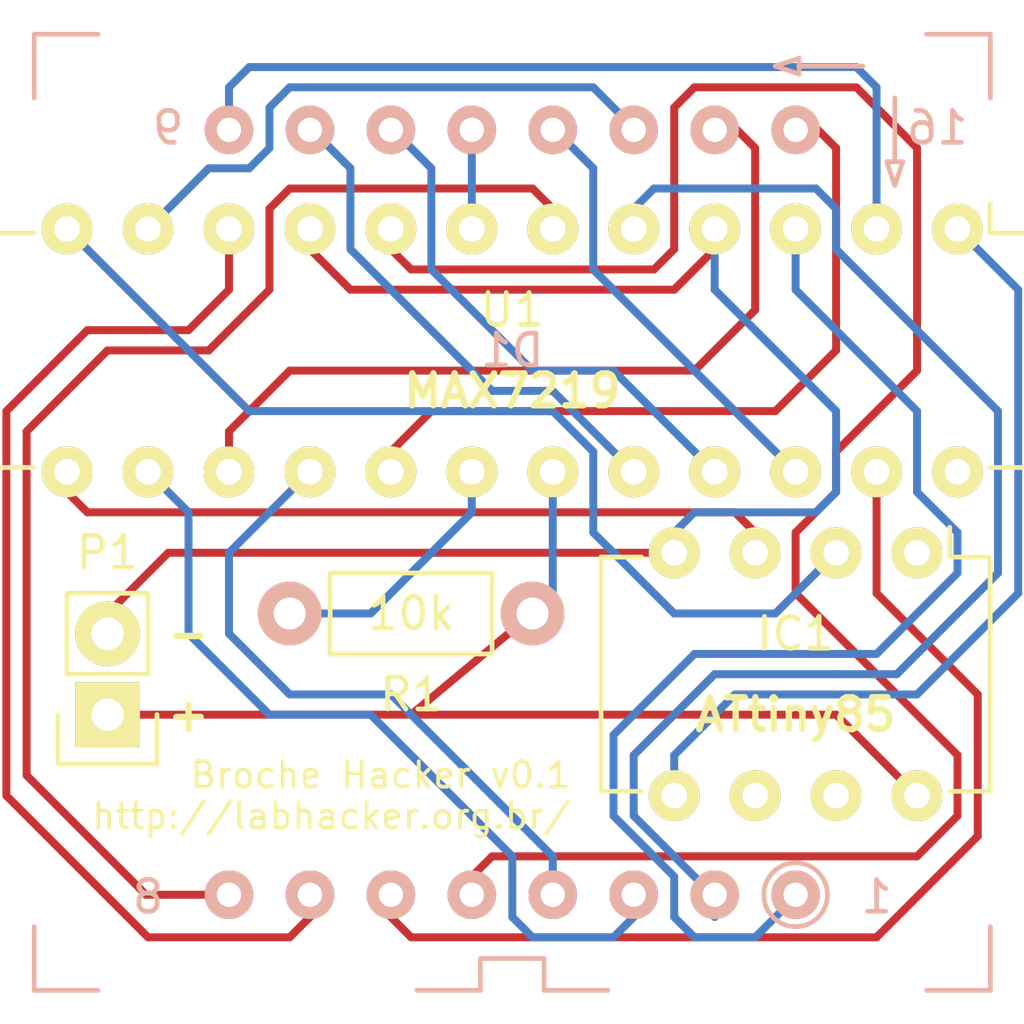
<source format=kicad_pcb>
(kicad_pcb (version 4) (host pcbnew 4.0.2+e4-6225~38~ubuntu14.04.1-stable)

  (general
    (links 26)
    (no_connects 0)
    (area 165.285 85.364999 202.775 117.835001)
    (thickness 1.6)
    (drawings 5)
    (tracks 201)
    (zones 0)
    (modules 5)
    (nets 27)
  )

  (page A4)
  (layers
    (0 F.Cu signal hide)
    (31 B.Cu signal)
    (36 B.SilkS user)
    (37 F.SilkS user)
    (38 B.Mask user)
    (39 F.Mask user)
    (44 Edge.Cuts user)
  )

  (setup
    (last_trace_width 0.25)
    (trace_clearance 0.16)
    (zone_clearance 0.4)
    (zone_45_only no)
    (trace_min 0.16)
    (segment_width 0.2)
    (edge_width 0.15)
    (via_size 0.6)
    (via_drill 0.4)
    (via_min_size 0.4)
    (via_min_drill 0.16)
    (uvia_size 0.3)
    (uvia_drill 0.1)
    (uvias_allowed no)
    (uvia_min_size 0.2)
    (uvia_min_drill 0.1)
    (pcb_text_width 0.3)
    (pcb_text_size 1.5 1.5)
    (mod_edge_width 0.15)
    (mod_text_size 1 1)
    (mod_text_width 0.15)
    (pad_size 1.524 1.524)
    (pad_drill 0.762)
    (pad_to_mask_clearance 0.2)
    (aux_axis_origin 0 0)
    (visible_elements FFFFFF7F)
    (pcbplotparams
      (layerselection 0x00030_80000001)
      (usegerberextensions false)
      (excludeedgelayer true)
      (linewidth 0.100000)
      (plotframeref false)
      (viasonmask false)
      (mode 1)
      (useauxorigin false)
      (hpglpennumber 1)
      (hpglpenspeed 20)
      (hpglpendiameter 15)
      (hpglpenoverlay 2)
      (psnegative false)
      (psa4output false)
      (plotreference true)
      (plotvalue true)
      (plotinvisibletext false)
      (padsonsilk false)
      (subtractmaskfromsilk false)
      (outputformat 1)
      (mirror false)
      (drillshape 1)
      (scaleselection 1)
      (outputdirectory ""))
  )

  (net 0 "")
  (net 1 /DIG4)
  (net 2 /DIG6)
  (net 3 /SEGA)
  (net 4 /SEGB)
  (net 5 /DIG7)
  (net 6 /SEGD)
  (net 7 /DIG5)
  (net 8 /DIG2)
  (net 9 /DIG0)
  (net 10 /SEGC)
  (net 11 /SEGE)
  (net 12 /DIG3)
  (net 13 /SEGDP)
  (net 14 /DIG1)
  (net 15 /SEGF)
  (net 16 /SEGG)
  (net 17 "Net-(IC1-Pad1)")
  (net 18 "Net-(IC1-Pad2)")
  (net 19 "Net-(IC1-Pad3)")
  (net 20 GND)
  (net 21 "Net-(IC1-Pad5)")
  (net 22 "Net-(IC1-Pad6)")
  (net 23 "Net-(IC1-Pad7)")
  (net 24 VCC)
  (net 25 "Net-(R1-Pad2)")
  (net 26 "Net-(U1-Pad24)")

  (net_class Default "This is the default net class."
    (clearance 0.16)
    (trace_width 0.25)
    (via_dia 0.6)
    (via_drill 0.4)
    (uvia_dia 0.3)
    (uvia_drill 0.1)
    (add_net /DIG0)
    (add_net /DIG1)
    (add_net /DIG2)
    (add_net /DIG3)
    (add_net /DIG4)
    (add_net /DIG5)
    (add_net /DIG6)
    (add_net /DIG7)
    (add_net /SEGA)
    (add_net /SEGB)
    (add_net /SEGC)
    (add_net /SEGD)
    (add_net /SEGDP)
    (add_net /SEGE)
    (add_net /SEGF)
    (add_net /SEGG)
    (add_net GND)
    (add_net "Net-(IC1-Pad1)")
    (add_net "Net-(IC1-Pad2)")
    (add_net "Net-(IC1-Pad3)")
    (add_net "Net-(IC1-Pad5)")
    (add_net "Net-(IC1-Pad6)")
    (add_net "Net-(IC1-Pad7)")
    (add_net "Net-(R1-Pad2)")
    (add_net "Net-(U1-Pad24)")
    (add_net VCC)
  )

  (module akn_misc:LED_8x8_3MM_32x32MM (layer B.Cu) (tedit 579BA8BA) (tstamp 579A8119)
    (at 184.15 101.6 90)
    (path /579A7CAA)
    (fp_text reference D1 (at 5.08 0 180) (layer B.SilkS)
      (effects (font (size 1 1) (thickness 0.15)) (justify mirror))
    )
    (fp_text value DISP_LED_MAT_8x8_COM_CAT (at 1.905 -17.78 90) (layer B.Fab)
      (effects (font (size 1 1) (thickness 0.15)) (justify mirror))
    )
    (fp_line (start -16 -16) (end -16 16) (layer B.Fab) (width 0.15))
    (fp_line (start 16 -16) (end -16 -16) (layer B.Fab) (width 0.15))
    (fp_line (start 16 16) (end 16 -16) (layer B.Fab) (width 0.15))
    (fp_line (start -16 16) (end 16 16) (layer B.Fab) (width 0.15))
    (fp_line (start -15 -1) (end -15 -3) (layer B.SilkS) (width 0.15))
    (fp_line (start -15 1) (end -15 3) (layer B.SilkS) (width 0.15))
    (fp_line (start 15 -15) (end 13 -15) (layer B.SilkS) (width 0.15))
    (fp_line (start 15 -13) (end 15 -15) (layer B.SilkS) (width 0.15))
    (fp_line (start -15 -15) (end -15 -13) (layer B.SilkS) (width 0.15))
    (fp_line (start -13 -15) (end -15 -15) (layer B.SilkS) (width 0.15))
    (fp_line (start 15 15) (end 15 13) (layer B.SilkS) (width 0.15))
    (fp_line (start 13 15) (end 15 15) (layer B.SilkS) (width 0.15))
    (fp_line (start -15 15) (end -13 15) (layer B.SilkS) (width 0.15))
    (fp_line (start -15 13) (end -15 15) (layer B.SilkS) (width 0.15))
    (fp_line (start 13.75 9) (end 14.25 9) (layer B.SilkS) (width 0.15))
    (fp_line (start 14.25 9) (end 14 8.25) (layer B.SilkS) (width 0.15))
    (fp_line (start 14 8.25) (end 13.75 9) (layer B.SilkS) (width 0.15))
    (fp_line (start 11 11.75) (end 11 12.25) (layer B.SilkS) (width 0.15))
    (fp_line (start 11 12.25) (end 10.25 12) (layer B.SilkS) (width 0.15))
    (fp_line (start 10.25 12) (end 11 11.75) (layer B.SilkS) (width 0.15))
    (fp_line (start 14 11) (end 14 9) (layer B.SilkS) (width 0.15))
    (fp_line (start 13 12) (end 11 12) (layer B.SilkS) (width 0.15))
    (fp_text user 16 (at 12.065 13.335 360) (layer B.SilkS)
      (effects (font (size 1 1) (thickness 0.15)) (justify mirror))
    )
    (fp_text user 9 (at 12.065 -10.795 360) (layer B.SilkS)
      (effects (font (size 1 1) (thickness 0.15)) (justify mirror))
    )
    (fp_text user 8 (at -12.065 -11.43 360) (layer B.SilkS)
      (effects (font (size 1 1) (thickness 0.15)) (justify mirror))
    )
    (fp_text user 1 (at -12.065 11.43 360) (layer B.SilkS)
      (effects (font (size 1 1) (thickness 0.15)) (justify mirror))
    )
    (fp_circle (center -12 8.89) (end -12 7.89) (layer B.SilkS) (width 0.15))
    (fp_line (start -15 1) (end -14 1) (layer B.SilkS) (width 0.15))
    (fp_line (start -14 1) (end -14 -1) (layer B.SilkS) (width 0.15))
    (fp_line (start -14 -1) (end -15 -1) (layer B.SilkS) (width 0.15))
    (pad 1 thru_hole circle (at -12 8.89 90) (size 1.524 1.524) (drill 0.762) (layers *.Cu *.Mask B.SilkS)
      (net 1 /DIG4))
    (pad 2 thru_hole circle (at -12 6.35 90) (size 1.524 1.524) (drill 0.762) (layers *.Cu *.Mask B.SilkS)
      (net 2 /DIG6))
    (pad 3 thru_hole circle (at -12 3.81 90) (size 1.524 1.524) (drill 0.762) (layers *.Cu *.Mask B.SilkS)
      (net 3 /SEGA))
    (pad 4 thru_hole circle (at -12 1.27 90) (size 1.524 1.524) (drill 0.762) (layers *.Cu *.Mask B.SilkS)
      (net 4 /SEGB))
    (pad 5 thru_hole circle (at -12 -1.27 90) (size 1.524 1.524) (drill 0.762) (layers *.Cu *.Mask B.SilkS)
      (net 5 /DIG7))
    (pad 6 thru_hole circle (at -12 -3.81 90) (size 1.524 1.524) (drill 0.762) (layers *.Cu *.Mask B.SilkS)
      (net 6 /SEGD))
    (pad 7 thru_hole circle (at -12 -6.35 90) (size 1.524 1.524) (drill 0.762) (layers *.Cu *.Mask B.SilkS)
      (net 7 /DIG5))
    (pad 8 thru_hole circle (at -12 -8.89 90) (size 1.524 1.524) (drill 0.762) (layers *.Cu *.Mask B.SilkS)
      (net 8 /DIG2))
    (pad 9 thru_hole circle (at 12 -8.89 90) (size 1.524 1.524) (drill 0.762) (layers *.Cu *.Mask B.SilkS)
      (net 9 /DIG0))
    (pad 10 thru_hole circle (at 12 -6.35 90) (size 1.524 1.524) (drill 0.762) (layers *.Cu *.Mask B.SilkS)
      (net 10 /SEGC))
    (pad 11 thru_hole circle (at 12 -3.81 90) (size 1.524 1.524) (drill 0.762) (layers *.Cu *.Mask B.SilkS)
      (net 11 /SEGE))
    (pad 12 thru_hole circle (at 12 -1.27 90) (size 1.524 1.524) (drill 0.762) (layers *.Cu *.Mask B.SilkS)
      (net 12 /DIG3))
    (pad 13 thru_hole circle (at 12 1.27 90) (size 1.524 1.524) (drill 0.762) (layers *.Cu *.Mask B.SilkS)
      (net 13 /SEGDP))
    (pad 14 thru_hole circle (at 12 3.81 90) (size 1.524 1.524) (drill 0.762) (layers *.Cu *.Mask B.SilkS)
      (net 14 /DIG1))
    (pad 15 thru_hole circle (at 12 6.35 90) (size 1.524 1.524) (drill 0.762) (layers *.Cu *.Mask B.SilkS)
      (net 15 /SEGF))
    (pad 16 thru_hole circle (at 12 8.89 90) (size 1.524 1.524) (drill 0.762) (layers *.Cu *.Mask B.SilkS)
      (net 16 /SEGG))
  )

  (module Housings_DIP:DIP-8_W7.62mm (layer F.Cu) (tedit 579BA2D5) (tstamp 579A8125)
    (at 196.85 102.87 270)
    (descr "8-lead dip package, row spacing 7.62 mm (300 mils)")
    (tags "dil dip 2.54 300")
    (path /579A7C66)
    (fp_text reference IC1 (at 2.54 3.81 360) (layer F.SilkS)
      (effects (font (size 1 1) (thickness 0.15)))
    )
    (fp_text value ATTINY85-P (at 0 -3.72 270) (layer F.Fab)
      (effects (font (size 1 1) (thickness 0.15)))
    )
    (fp_line (start -1.05 -2.45) (end -1.05 10.1) (layer F.CrtYd) (width 0.05))
    (fp_line (start 8.65 -2.45) (end 8.65 10.1) (layer F.CrtYd) (width 0.05))
    (fp_line (start -1.05 -2.45) (end 8.65 -2.45) (layer F.CrtYd) (width 0.05))
    (fp_line (start -1.05 10.1) (end 8.65 10.1) (layer F.CrtYd) (width 0.05))
    (fp_line (start 0.135 -2.295) (end 0.135 -1.025) (layer F.SilkS) (width 0.15))
    (fp_line (start 7.485 -2.295) (end 7.485 -1.025) (layer F.SilkS) (width 0.15))
    (fp_line (start 7.485 9.915) (end 7.485 8.645) (layer F.SilkS) (width 0.15))
    (fp_line (start 0.135 9.915) (end 0.135 8.645) (layer F.SilkS) (width 0.15))
    (fp_line (start 0.135 -2.295) (end 7.485 -2.295) (layer F.SilkS) (width 0.15))
    (fp_line (start 0.135 9.915) (end 7.485 9.915) (layer F.SilkS) (width 0.15))
    (fp_line (start 0.135 -1.025) (end -0.8 -1.025) (layer F.SilkS) (width 0.15))
    (pad 1 thru_hole oval (at 0 0 270) (size 1.6 1.6) (drill 0.8) (layers *.Cu *.Mask F.SilkS)
      (net 17 "Net-(IC1-Pad1)"))
    (pad 2 thru_hole oval (at 0 2.54 270) (size 1.6 1.6) (drill 0.8) (layers *.Cu *.Mask F.SilkS)
      (net 18 "Net-(IC1-Pad2)"))
    (pad 3 thru_hole oval (at 0 5.08 270) (size 1.6 1.6) (drill 0.8) (layers *.Cu *.Mask F.SilkS)
      (net 19 "Net-(IC1-Pad3)"))
    (pad 4 thru_hole oval (at 0 7.62 270) (size 1.6 1.6) (drill 0.8) (layers *.Cu *.Mask F.SilkS)
      (net 20 GND))
    (pad 5 thru_hole oval (at 7.62 7.62 270) (size 1.6 1.6) (drill 0.8) (layers *.Cu *.Mask F.SilkS)
      (net 21 "Net-(IC1-Pad5)"))
    (pad 6 thru_hole oval (at 7.62 5.08 270) (size 1.6 1.6) (drill 0.8) (layers *.Cu *.Mask F.SilkS)
      (net 22 "Net-(IC1-Pad6)"))
    (pad 7 thru_hole oval (at 7.62 2.54 270) (size 1.6 1.6) (drill 0.8) (layers *.Cu *.Mask F.SilkS)
      (net 23 "Net-(IC1-Pad7)"))
    (pad 8 thru_hole oval (at 7.62 0 270) (size 1.6 1.6) (drill 0.8) (layers *.Cu *.Mask F.SilkS)
      (net 24 VCC))
    (model Housings_DIP.3dshapes/DIP-8_W7.62mm.wrl
      (at (xyz 0 0 0))
      (scale (xyz 1 1 1))
      (rotate (xyz 0 0 0))
    )
  )

  (module Pin_Headers:Pin_Header_Straight_1x02 (layer F.Cu) (tedit 579BA466) (tstamp 579A812B)
    (at 171.45 107.95 180)
    (descr "Through hole pin header")
    (tags "pin header")
    (path /579A841D)
    (fp_text reference P1 (at 0 5.08 180) (layer F.SilkS)
      (effects (font (size 1 1) (thickness 0.15)))
    )
    (fp_text value CONN_01X02 (at 0 -3.1 180) (layer F.Fab)
      (effects (font (size 1 1) (thickness 0.15)))
    )
    (fp_line (start 1.27 1.27) (end 1.27 3.81) (layer F.SilkS) (width 0.15))
    (fp_line (start 1.55 -1.55) (end 1.55 0) (layer F.SilkS) (width 0.15))
    (fp_line (start -1.75 -1.75) (end -1.75 4.3) (layer F.CrtYd) (width 0.05))
    (fp_line (start 1.75 -1.75) (end 1.75 4.3) (layer F.CrtYd) (width 0.05))
    (fp_line (start -1.75 -1.75) (end 1.75 -1.75) (layer F.CrtYd) (width 0.05))
    (fp_line (start -1.75 4.3) (end 1.75 4.3) (layer F.CrtYd) (width 0.05))
    (fp_line (start 1.27 1.27) (end -1.27 1.27) (layer F.SilkS) (width 0.15))
    (fp_line (start -1.55 0) (end -1.55 -1.55) (layer F.SilkS) (width 0.15))
    (fp_line (start -1.55 -1.55) (end 1.55 -1.55) (layer F.SilkS) (width 0.15))
    (fp_line (start -1.27 1.27) (end -1.27 3.81) (layer F.SilkS) (width 0.15))
    (fp_line (start -1.27 3.81) (end 1.27 3.81) (layer F.SilkS) (width 0.15))
    (pad 1 thru_hole rect (at 0 0 180) (size 2.032 2.032) (drill 1.016) (layers *.Cu *.Mask F.SilkS)
      (net 24 VCC))
    (pad 2 thru_hole oval (at 0 2.54 180) (size 2.032 2.032) (drill 1.016) (layers *.Cu *.Mask F.SilkS)
      (net 20 GND))
    (model Pin_Headers.3dshapes/Pin_Header_Straight_1x02.wrl
      (at (xyz 0 -0.05 0))
      (scale (xyz 1 1 1))
      (rotate (xyz 0 0 90))
    )
  )

  (module Resistors_ThroughHole:Resistor_Horizontal_RM7mm (layer F.Cu) (tedit 579BB15B) (tstamp 579A8131)
    (at 184.785 104.775 180)
    (descr "Resistor, Axial,  RM 7.62mm, 1/3W,")
    (tags "Resistor Axial RM 7.62mm 1/3W R3")
    (path /579A7E18)
    (fp_text reference R1 (at 3.81 -2.54 180) (layer F.SilkS)
      (effects (font (size 1 1) (thickness 0.15)))
    )
    (fp_text value 10k (at 3.81 0 180) (layer F.SilkS)
      (effects (font (size 1 1) (thickness 0.15)))
    )
    (fp_line (start -1.25 -1.5) (end 8.85 -1.5) (layer F.CrtYd) (width 0.05))
    (fp_line (start -1.25 1.5) (end -1.25 -1.5) (layer F.CrtYd) (width 0.05))
    (fp_line (start 8.85 -1.5) (end 8.85 1.5) (layer F.CrtYd) (width 0.05))
    (fp_line (start -1.25 1.5) (end 8.85 1.5) (layer F.CrtYd) (width 0.05))
    (fp_line (start 1.27 -1.27) (end 6.35 -1.27) (layer F.SilkS) (width 0.15))
    (fp_line (start 6.35 -1.27) (end 6.35 1.27) (layer F.SilkS) (width 0.15))
    (fp_line (start 6.35 1.27) (end 1.27 1.27) (layer F.SilkS) (width 0.15))
    (fp_line (start 1.27 1.27) (end 1.27 -1.27) (layer F.SilkS) (width 0.15))
    (pad 1 thru_hole circle (at 0 0 180) (size 1.99898 1.99898) (drill 1.00076) (layers *.Cu *.SilkS *.Mask)
      (net 24 VCC))
    (pad 2 thru_hole circle (at 7.62 0 180) (size 1.99898 1.99898) (drill 1.00076) (layers *.Cu *.SilkS *.Mask)
      (net 25 "Net-(R1-Pad2)"))
  )

  (module Housings_DIP:DIP-24_W7.62mm (layer F.Cu) (tedit 579BA2F5) (tstamp 579A814D)
    (at 198.12 92.71 270)
    (descr "24-lead dip package, row spacing 7.62 mm (300 mils)")
    (tags "dil dip 2.54 300")
    (path /579A7D01)
    (fp_text reference U1 (at 2.54 13.97 360) (layer F.SilkS)
      (effects (font (size 1 1) (thickness 0.15)))
    )
    (fp_text value MAX7219 (at 0 -3.72 270) (layer F.Fab)
      (effects (font (size 1 1) (thickness 0.15)))
    )
    (fp_line (start -1.05 -2.45) (end -1.05 30.4) (layer F.CrtYd) (width 0.05))
    (fp_line (start 8.65 -2.45) (end 8.65 30.4) (layer F.CrtYd) (width 0.05))
    (fp_line (start -1.05 -2.45) (end 8.65 -2.45) (layer F.CrtYd) (width 0.05))
    (fp_line (start -1.05 30.4) (end 8.65 30.4) (layer F.CrtYd) (width 0.05))
    (fp_line (start 0.135 -2.295) (end 0.135 -1.025) (layer F.SilkS) (width 0.15))
    (fp_line (start 7.485 -2.295) (end 7.485 -1.025) (layer F.SilkS) (width 0.15))
    (fp_line (start 7.485 30.235) (end 7.485 28.965) (layer F.SilkS) (width 0.15))
    (fp_line (start 0.135 30.235) (end 0.135 28.965) (layer F.SilkS) (width 0.15))
    (fp_line (start 0.135 -2.295) (end 7.485 -2.295) (layer F.SilkS) (width 0.15))
    (fp_line (start 0.135 30.235) (end 7.485 30.235) (layer F.SilkS) (width 0.15))
    (fp_line (start 0.135 -1.025) (end -0.8 -1.025) (layer F.SilkS) (width 0.15))
    (pad 1 thru_hole oval (at 0 0 270) (size 1.6 1.6) (drill 0.8) (layers *.Cu *.Mask F.SilkS)
      (net 21 "Net-(IC1-Pad5)"))
    (pad 2 thru_hole oval (at 0 2.54 270) (size 1.6 1.6) (drill 0.8) (layers *.Cu *.Mask F.SilkS)
      (net 9 /DIG0))
    (pad 3 thru_hole oval (at 0 5.08 270) (size 1.6 1.6) (drill 0.8) (layers *.Cu *.Mask F.SilkS)
      (net 1 /DIG4))
    (pad 4 thru_hole oval (at 0 7.62 270) (size 1.6 1.6) (drill 0.8) (layers *.Cu *.Mask F.SilkS)
      (net 20 GND))
    (pad 5 thru_hole oval (at 0 10.16 270) (size 1.6 1.6) (drill 0.8) (layers *.Cu *.Mask F.SilkS)
      (net 2 /DIG6))
    (pad 6 thru_hole oval (at 0 12.7 270) (size 1.6 1.6) (drill 0.8) (layers *.Cu *.Mask F.SilkS)
      (net 8 /DIG2))
    (pad 7 thru_hole oval (at 0 15.24 270) (size 1.6 1.6) (drill 0.8) (layers *.Cu *.Mask F.SilkS)
      (net 12 /DIG3))
    (pad 8 thru_hole oval (at 0 17.78 270) (size 1.6 1.6) (drill 0.8) (layers *.Cu *.Mask F.SilkS)
      (net 5 /DIG7))
    (pad 9 thru_hole oval (at 0 20.32 270) (size 1.6 1.6) (drill 0.8) (layers *.Cu *.Mask F.SilkS)
      (net 20 GND))
    (pad 10 thru_hole oval (at 0 22.86 270) (size 1.6 1.6) (drill 0.8) (layers *.Cu *.Mask F.SilkS)
      (net 7 /DIG5))
    (pad 11 thru_hole oval (at 0 25.4 270) (size 1.6 1.6) (drill 0.8) (layers *.Cu *.Mask F.SilkS)
      (net 14 /DIG1))
    (pad 12 thru_hole oval (at 0 27.94 270) (size 1.6 1.6) (drill 0.8) (layers *.Cu *.Mask F.SilkS)
      (net 18 "Net-(IC1-Pad2)"))
    (pad 13 thru_hole oval (at 7.62 27.94 270) (size 1.6 1.6) (drill 0.8) (layers *.Cu *.Mask F.SilkS)
      (net 19 "Net-(IC1-Pad3)"))
    (pad 14 thru_hole oval (at 7.62 25.4 270) (size 1.6 1.6) (drill 0.8) (layers *.Cu *.Mask F.SilkS)
      (net 3 /SEGA))
    (pad 15 thru_hole oval (at 7.62 22.86 270) (size 1.6 1.6) (drill 0.8) (layers *.Cu *.Mask F.SilkS)
      (net 15 /SEGF))
    (pad 16 thru_hole oval (at 7.62 20.32 270) (size 1.6 1.6) (drill 0.8) (layers *.Cu *.Mask F.SilkS)
      (net 4 /SEGB))
    (pad 17 thru_hole oval (at 7.62 17.78 270) (size 1.6 1.6) (drill 0.8) (layers *.Cu *.Mask F.SilkS)
      (net 16 /SEGG))
    (pad 18 thru_hole oval (at 7.62 15.24 270) (size 1.6 1.6) (drill 0.8) (layers *.Cu *.Mask F.SilkS)
      (net 25 "Net-(R1-Pad2)"))
    (pad 19 thru_hole oval (at 7.62 12.7 270) (size 1.6 1.6) (drill 0.8) (layers *.Cu *.Mask F.SilkS)
      (net 24 VCC))
    (pad 20 thru_hole oval (at 7.62 10.16 270) (size 1.6 1.6) (drill 0.8) (layers *.Cu *.Mask F.SilkS)
      (net 10 /SEGC))
    (pad 21 thru_hole oval (at 7.62 7.62 270) (size 1.6 1.6) (drill 0.8) (layers *.Cu *.Mask F.SilkS)
      (net 11 /SEGE))
    (pad 22 thru_hole oval (at 7.62 5.08 270) (size 1.6 1.6) (drill 0.8) (layers *.Cu *.Mask F.SilkS)
      (net 13 /SEGDP))
    (pad 23 thru_hole oval (at 7.62 2.54 270) (size 1.6 1.6) (drill 0.8) (layers *.Cu *.Mask F.SilkS)
      (net 6 /SEGD))
    (pad 24 thru_hole oval (at 7.62 0 270) (size 1.6 1.6) (drill 0.8) (layers *.Cu *.Mask F.SilkS)
      (net 26 "Net-(U1-Pad24)"))
    (model Housings_DIP.3dshapes/DIP-24_W7.62mm.wrl
      (at (xyz 0 0 0))
      (scale (xyz 1 1 1))
      (rotate (xyz 0 0 0))
    )
  )

  (gr_text ATtiny85 (at 193.04 107.95) (layer F.SilkS)
    (effects (font (size 1 1) (thickness 0.2)))
  )
  (gr_text "Broche Hacker v0.1\nhttp://labhacker.org.br/" (at 186.055 110.49) (layer F.SilkS)
    (effects (font (size 0.8 0.8) (thickness 0.12)) (justify right))
  )
  (gr_text + (at 173.99 107.95) (layer F.SilkS)
    (effects (font (size 1 1) (thickness 0.2)))
  )
  (gr_text - (at 173.99 105.41) (layer F.SilkS)
    (effects (font (size 1 1) (thickness 0.2)))
  )
  (gr_text MAX7219 (at 184.15 97.79) (layer F.SilkS)
    (effects (font (size 1 1) (thickness 0.2)))
  )

  (segment (start 193.675 106.045) (end 195.58 106.045) (width 0.25) (layer B.Cu) (net 1))
  (segment (start 193.04 94.615) (end 193.04 92.71) (width 0.25) (layer B.Cu) (net 1) (tstamp 579BB1C8))
  (segment (start 196.85 98.425) (end 193.04 94.615) (width 0.25) (layer B.Cu) (net 1) (tstamp 579BB1C6))
  (segment (start 196.85 100.965) (end 196.85 98.425) (width 0.25) (layer B.Cu) (net 1) (tstamp 579BB1C4))
  (segment (start 198.12 102.235) (end 196.85 100.965) (width 0.25) (layer B.Cu) (net 1) (tstamp 579BB1C2))
  (segment (start 198.12 103.505) (end 198.12 102.235) (width 0.25) (layer B.Cu) (net 1) (tstamp 579BB1BF))
  (segment (start 195.58 106.045) (end 198.12 103.505) (width 0.25) (layer B.Cu) (net 1) (tstamp 579BB1BA))
  (segment (start 193.04 113.6) (end 193.04 113.665) (width 0.25) (layer B.Cu) (net 1))
  (segment (start 193.04 113.665) (end 191.77 114.935) (width 0.25) (layer B.Cu) (net 1) (tstamp 579BABC4))
  (segment (start 189.865 106.045) (end 193.675 106.045) (width 0.25) (layer B.Cu) (net 1) (tstamp 579BABD4))
  (segment (start 187.325 108.585) (end 189.865 106.045) (width 0.25) (layer B.Cu) (net 1) (tstamp 579BABD0))
  (segment (start 187.325 111.125) (end 187.325 108.585) (width 0.25) (layer B.Cu) (net 1) (tstamp 579BABCC))
  (segment (start 189.23 113.03) (end 187.325 111.125) (width 0.25) (layer B.Cu) (net 1) (tstamp 579BABC9))
  (segment (start 189.23 114.3) (end 189.23 113.03) (width 0.25) (layer B.Cu) (net 1) (tstamp 579BABC8))
  (segment (start 189.865 114.935) (end 189.23 114.3) (width 0.25) (layer B.Cu) (net 1) (tstamp 579BABC7))
  (segment (start 191.77 114.935) (end 189.865 114.935) (width 0.25) (layer B.Cu) (net 1) (tstamp 579BABC5))
  (segment (start 193.04 113.6) (end 192.975 113.6) (width 0.25) (layer B.Cu) (net 1))
  (segment (start 194.31 106.68) (end 196.215 106.68) (width 0.25) (layer B.Cu) (net 2))
  (segment (start 199.39 98.425) (end 194.31 93.345) (width 0.25) (layer B.Cu) (net 2) (tstamp 579BB1B1))
  (segment (start 199.39 103.505) (end 199.39 98.425) (width 0.25) (layer B.Cu) (net 2) (tstamp 579BB1A7))
  (segment (start 196.215 106.68) (end 199.39 103.505) (width 0.25) (layer B.Cu) (net 2) (tstamp 579BB19E))
  (segment (start 190.5 113.6) (end 190.435 113.6) (width 0.25) (layer B.Cu) (net 2))
  (segment (start 190.435 113.6) (end 187.96 111.125) (width 0.25) (layer B.Cu) (net 2) (tstamp 579BABF7))
  (segment (start 188.595 91.44) (end 187.96 92.075) (width 0.25) (layer B.Cu) (net 2) (tstamp 579BAC22))
  (segment (start 194.31 93.345) (end 194.31 92.075) (width 0.25) (layer B.Cu) (net 2) (tstamp 579BAC1E))
  (segment (start 194.31 92.075) (end 193.675 91.44) (width 0.25) (layer B.Cu) (net 2) (tstamp 579BAC20))
  (segment (start 193.675 91.44) (end 188.595 91.44) (width 0.25) (layer B.Cu) (net 2) (tstamp 579BAC21))
  (segment (start 190.5 106.68) (end 194.31 106.68) (width 0.25) (layer B.Cu) (net 2) (tstamp 579BAC03))
  (segment (start 187.96 109.22) (end 190.5 106.68) (width 0.25) (layer B.Cu) (net 2) (tstamp 579BAC00))
  (segment (start 187.96 111.125) (end 187.96 109.22) (width 0.25) (layer B.Cu) (net 2) (tstamp 579BABFD))
  (segment (start 187.96 92.075) (end 187.96 92.71) (width 0.25) (layer B.Cu) (net 2) (tstamp 579BAC23))
  (segment (start 190.5 114.3) (end 190.5 113.6) (width 0.25) (layer B.Cu) (net 2) (tstamp 579A917D))
  (segment (start 187.96 113.6) (end 187.96 114.3) (width 0.25) (layer B.Cu) (net 3))
  (segment (start 187.96 114.3) (end 187.325 114.935) (width 0.25) (layer B.Cu) (net 3) (tstamp 579BAC9E))
  (segment (start 173.99 101.6) (end 172.72 100.33) (width 0.25) (layer B.Cu) (net 3) (tstamp 579BACCB))
  (segment (start 173.99 105.41) (end 173.99 101.6) (width 0.25) (layer B.Cu) (net 3) (tstamp 579BACAE))
  (segment (start 176.53 107.95) (end 173.99 105.41) (width 0.25) (layer B.Cu) (net 3) (tstamp 579BACAC))
  (segment (start 179.705 107.95) (end 176.53 107.95) (width 0.25) (layer B.Cu) (net 3) (tstamp 579BACA9))
  (segment (start 184.15 112.395) (end 179.705 107.95) (width 0.25) (layer B.Cu) (net 3) (tstamp 579BACA5))
  (segment (start 184.15 114.3) (end 184.15 112.395) (width 0.25) (layer B.Cu) (net 3) (tstamp 579BACA4))
  (segment (start 184.785 114.935) (end 184.15 114.3) (width 0.25) (layer B.Cu) (net 3) (tstamp 579BACA3))
  (segment (start 187.325 114.935) (end 184.785 114.935) (width 0.25) (layer B.Cu) (net 3) (tstamp 579BACA1))
  (segment (start 187.96 113.6) (end 187.96 113.665) (width 0.25) (layer B.Cu) (net 3))
  (segment (start 185.42 113.6) (end 185.42 112.395) (width 0.25) (layer B.Cu) (net 4))
  (segment (start 185.42 112.395) (end 180.34 107.315) (width 0.25) (layer B.Cu) (net 4) (tstamp 579BACD3))
  (segment (start 180.34 107.315) (end 177.165 107.315) (width 0.25) (layer B.Cu) (net 4) (tstamp 579BACE1))
  (segment (start 177.165 107.315) (end 175.26 105.41) (width 0.25) (layer B.Cu) (net 4) (tstamp 579BACE5))
  (segment (start 175.26 105.41) (end 175.26 102.87) (width 0.25) (layer B.Cu) (net 4) (tstamp 579BACE8))
  (segment (start 175.26 102.87) (end 177.8 100.33) (width 0.25) (layer B.Cu) (net 4) (tstamp 579BACEB))
  (segment (start 185.42 113.6) (end 185.355 113.6) (width 0.25) (layer B.Cu) (net 4))
  (segment (start 180.34 92.71) (end 180.34 93.345) (width 0.25) (layer F.Cu) (net 5))
  (segment (start 180.34 93.345) (end 180.975 93.98) (width 0.25) (layer F.Cu) (net 5) (tstamp 579BB362))
  (segment (start 180.975 93.98) (end 188.595 93.98) (width 0.25) (layer F.Cu) (net 5) (tstamp 579BB366))
  (segment (start 188.595 93.98) (end 189.23 93.345) (width 0.25) (layer F.Cu) (net 5) (tstamp 579BB368))
  (segment (start 189.23 93.345) (end 189.23 88.9) (width 0.25) (layer F.Cu) (net 5) (tstamp 579BB369))
  (segment (start 189.23 88.9) (end 189.865 88.265) (width 0.25) (layer F.Cu) (net 5) (tstamp 579BB36C))
  (segment (start 189.865 88.265) (end 194.945 88.265) (width 0.25) (layer F.Cu) (net 5) (tstamp 579BB36D))
  (segment (start 194.945 88.265) (end 196.85 90.17) (width 0.25) (layer F.Cu) (net 5) (tstamp 579BB370))
  (segment (start 196.85 90.17) (end 196.85 97.155) (width 0.25) (layer F.Cu) (net 5) (tstamp 579BB373))
  (segment (start 196.85 97.155) (end 194.31 99.695) (width 0.25) (layer F.Cu) (net 5) (tstamp 579BB37B))
  (segment (start 194.31 99.695) (end 194.31 100.965) (width 0.25) (layer F.Cu) (net 5) (tstamp 579BB37D))
  (segment (start 194.31 100.965) (end 193.04 102.235) (width 0.25) (layer F.Cu) (net 5) (tstamp 579BB37F))
  (segment (start 193.04 102.235) (end 193.04 104.14) (width 0.25) (layer F.Cu) (net 5) (tstamp 579BB381))
  (segment (start 193.04 104.14) (end 198.12 109.22) (width 0.25) (layer F.Cu) (net 5))
  (segment (start 183.515 112.395) (end 182.88 113.03) (width 0.25) (layer F.Cu) (net 5) (tstamp 579BB008))
  (segment (start 196.85 112.395) (end 183.515 112.395) (width 0.25) (layer F.Cu) (net 5) (tstamp 579BB006))
  (segment (start 198.12 111.125) (end 196.85 112.395) (width 0.25) (layer F.Cu) (net 5) (tstamp 579BB000))
  (segment (start 198.12 109.22) (end 198.12 111.125) (width 0.25) (layer F.Cu) (net 5) (tstamp 579BAFFE))
  (segment (start 182.88 113.03) (end 182.88 113.6) (width 0.25) (layer F.Cu) (net 5) (tstamp 579BB009))
  (segment (start 194.945 114.935) (end 195.58 114.935) (width 0.25) (layer F.Cu) (net 6))
  (segment (start 198.755 107.315) (end 195.58 104.14) (width 0.25) (layer F.Cu) (net 6) (tstamp 579BAFF3))
  (segment (start 198.755 111.76) (end 198.755 107.315) (width 0.25) (layer F.Cu) (net 6) (tstamp 579BAFE9))
  (segment (start 195.58 114.935) (end 198.755 111.76) (width 0.25) (layer F.Cu) (net 6) (tstamp 579BAFE8))
  (segment (start 180.34 113.6) (end 180.34 114.3) (width 0.25) (layer F.Cu) (net 6))
  (segment (start 180.34 114.3) (end 180.975 114.935) (width 0.25) (layer F.Cu) (net 6) (tstamp 579BAFB3))
  (segment (start 180.975 114.935) (end 194.945 114.935) (width 0.25) (layer F.Cu) (net 6) (tstamp 579BAFB4))
  (segment (start 180.34 113.6) (end 180.34 113.03) (width 0.25) (layer F.Cu) (net 6))
  (segment (start 195.58 104.14) (end 195.58 100.33) (width 0.25) (layer F.Cu) (net 6) (tstamp 579BADF5))
  (segment (start 180.34 113.6) (end 180.405 113.6) (width 0.25) (layer F.Cu) (net 6))
  (segment (start 180.34 113.6) (end 180.275 113.6) (width 0.25) (layer B.Cu) (net 6))
  (segment (start 177.8 113.6) (end 177.8 114.3) (width 0.25) (layer F.Cu) (net 7))
  (segment (start 177.8 114.3) (end 177.165 114.935) (width 0.25) (layer F.Cu) (net 7) (tstamp 579BAEF2))
  (segment (start 175.26 94.615) (end 175.26 92.71) (width 0.25) (layer F.Cu) (net 7) (tstamp 579BAF0C))
  (segment (start 173.99 95.885) (end 175.26 94.615) (width 0.25) (layer F.Cu) (net 7) (tstamp 579BAF0A))
  (segment (start 170.815 95.885) (end 173.99 95.885) (width 0.25) (layer F.Cu) (net 7) (tstamp 579BAF04))
  (segment (start 168.275 98.425) (end 170.815 95.885) (width 0.25) (layer F.Cu) (net 7) (tstamp 579BAEFE))
  (segment (start 168.275 110.49) (end 168.275 98.425) (width 0.25) (layer F.Cu) (net 7) (tstamp 579BAEFB))
  (segment (start 172.72 114.935) (end 168.275 110.49) (width 0.25) (layer F.Cu) (net 7) (tstamp 579BAEF7))
  (segment (start 177.165 114.935) (end 172.72 114.935) (width 0.25) (layer F.Cu) (net 7) (tstamp 579BAEF4))
  (segment (start 177.8 113.6) (end 177.735 113.6) (width 0.25) (layer B.Cu) (net 7))
  (segment (start 177.165 91.44) (end 184.785 91.44) (width 0.25) (layer F.Cu) (net 8) (tstamp 579BAF60))
  (segment (start 176.53 92.075) (end 177.165 91.44) (width 0.25) (layer F.Cu) (net 8) (tstamp 579BAF5F))
  (segment (start 172.655 113.6) (end 168.91 109.855) (width 0.25) (layer F.Cu) (net 8) (tstamp 579BAED8))
  (segment (start 168.91 109.855) (end 168.91 99.06) (width 0.25) (layer F.Cu) (net 8) (tstamp 579BAEE0))
  (segment (start 168.91 99.06) (end 171.45 96.52) (width 0.25) (layer F.Cu) (net 8) (tstamp 579BAEE4))
  (segment (start 171.45 96.52) (end 174.625 96.52) (width 0.25) (layer F.Cu) (net 8) (tstamp 579BAEE6))
  (segment (start 175.26 113.6) (end 172.655 113.6) (width 0.25) (layer F.Cu) (net 8))
  (segment (start 176.53 94.615) (end 176.53 92.075) (width 0.25) (layer F.Cu) (net 8) (tstamp 579BAF5E))
  (segment (start 184.785 91.44) (end 185.42 92.075) (width 0.25) (layer F.Cu) (net 8) (tstamp 579BAF61))
  (segment (start 174.625 96.52) (end 176.53 94.615) (width 0.25) (layer F.Cu) (net 8))
  (segment (start 185.42 92.075) (end 185.42 92.71) (width 0.25) (layer F.Cu) (net 8) (tstamp 579BAF63))
  (segment (start 175.26 89.6) (end 175.26 88.265) (width 0.25) (layer B.Cu) (net 9))
  (segment (start 195.58 88.265) (end 195.58 92.71) (width 0.25) (layer B.Cu) (net 9) (tstamp 579BA9FD))
  (segment (start 194.945 87.63) (end 195.58 88.265) (width 0.25) (layer B.Cu) (net 9) (tstamp 579BA9FB))
  (segment (start 175.895 87.63) (end 194.945 87.63) (width 0.25) (layer B.Cu) (net 9) (tstamp 579BA9F3))
  (segment (start 175.26 88.265) (end 175.895 87.63) (width 0.25) (layer B.Cu) (net 9) (tstamp 579BA9F2))
  (segment (start 175.325 89.6) (end 175.26 89.6) (width 0.25) (layer F.Cu) (net 9) (tstamp 579A8A5D))
  (segment (start 175.26 89.535) (end 175.26 89.6) (width 0.25) (layer F.Cu) (net 9) (tstamp 579A8967))
  (segment (start 177.8 89.6) (end 177.865 89.6) (width 0.25) (layer B.Cu) (net 10))
  (segment (start 177.865 89.6) (end 179.07 90.805) (width 0.25) (layer B.Cu) (net 10) (tstamp 579BA954))
  (segment (start 179.07 90.805) (end 179.07 93.345) (width 0.25) (layer B.Cu) (net 10) (tstamp 579BA95B))
  (segment (start 179.07 93.345) (end 183.515 97.79) (width 0.25) (layer B.Cu) (net 10) (tstamp 579BA95F))
  (segment (start 183.515 97.79) (end 185.42 97.79) (width 0.25) (layer B.Cu) (net 10) (tstamp 579BA966))
  (segment (start 185.42 97.79) (end 187.96 100.33) (width 0.25) (layer B.Cu) (net 10) (tstamp 579BA96A))
  (segment (start 180.34 89.6) (end 180.405 89.6) (width 0.25) (layer B.Cu) (net 11))
  (segment (start 180.405 89.6) (end 181.61 90.805) (width 0.25) (layer B.Cu) (net 11) (tstamp 579BA941))
  (segment (start 181.61 90.805) (end 181.61 93.98) (width 0.25) (layer B.Cu) (net 11) (tstamp 579BA943))
  (segment (start 181.61 93.98) (end 184.785 97.155) (width 0.25) (layer B.Cu) (net 11) (tstamp 579BA947))
  (segment (start 184.785 97.155) (end 187.325 97.155) (width 0.25) (layer B.Cu) (net 11) (tstamp 579BA94D))
  (segment (start 187.325 97.155) (end 190.5 100.33) (width 0.25) (layer B.Cu) (net 11) (tstamp 579BA950))
  (segment (start 182.88 89.6) (end 182.88 92.71) (width 0.25) (layer B.Cu) (net 12))
  (segment (start 182.88 92.71) (end 182.88 92.14) (width 0.25) (layer B.Cu) (net 12))
  (segment (start 185.42 89.6) (end 185.485 89.6) (width 0.25) (layer B.Cu) (net 13))
  (segment (start 185.485 89.6) (end 186.69 90.805) (width 0.25) (layer B.Cu) (net 13) (tstamp 579BAA42))
  (segment (start 186.69 90.805) (end 186.69 93.98) (width 0.25) (layer B.Cu) (net 13) (tstamp 579BAA47))
  (segment (start 186.69 93.98) (end 193.04 100.33) (width 0.25) (layer B.Cu) (net 13) (tstamp 579BAA4C))
  (segment (start 187.96 89.6) (end 187.96 89.535) (width 0.25) (layer B.Cu) (net 14))
  (segment (start 187.96 89.535) (end 186.69 88.265) (width 0.25) (layer B.Cu) (net 14) (tstamp 579BAA07))
  (segment (start 174.625 90.805) (end 172.72 92.71) (width 0.25) (layer B.Cu) (net 14) (tstamp 579BAA15))
  (segment (start 175.895 90.805) (end 174.625 90.805) (width 0.25) (layer B.Cu) (net 14) (tstamp 579BAA10))
  (segment (start 176.53 90.17) (end 175.895 90.805) (width 0.25) (layer B.Cu) (net 14) (tstamp 579BAA0F))
  (segment (start 176.53 88.9) (end 176.53 90.17) (width 0.25) (layer B.Cu) (net 14) (tstamp 579BAA0E))
  (segment (start 177.165 88.265) (end 176.53 88.9) (width 0.25) (layer B.Cu) (net 14) (tstamp 579BAA0D))
  (segment (start 186.69 88.265) (end 177.165 88.265) (width 0.25) (layer B.Cu) (net 14) (tstamp 579BAA0A))
  (segment (start 190.5 89.6) (end 191.2 89.6) (width 0.25) (layer F.Cu) (net 15))
  (segment (start 191.2 89.6) (end 191.77 90.17) (width 0.25) (layer F.Cu) (net 15) (tstamp 579BAEB6))
  (segment (start 175.26 99.06) (end 175.26 100.33) (width 0.25) (layer F.Cu) (net 15) (tstamp 579BAECD))
  (segment (start 177.165 97.155) (end 175.26 99.06) (width 0.25) (layer F.Cu) (net 15) (tstamp 579BAECB))
  (segment (start 189.865 97.155) (end 177.165 97.155) (width 0.25) (layer F.Cu) (net 15) (tstamp 579BAEC7))
  (segment (start 191.77 95.25) (end 189.865 97.155) (width 0.25) (layer F.Cu) (net 15) (tstamp 579BAEC2))
  (segment (start 191.77 90.17) (end 191.77 95.25) (width 0.25) (layer F.Cu) (net 15) (tstamp 579BAEBC))
  (segment (start 190.5 89.6) (end 190.5 90.17) (width 0.25) (layer F.Cu) (net 15))
  (segment (start 180.34 100.33) (end 180.34 99.695) (width 0.25) (layer F.Cu) (net 16))
  (segment (start 180.34 99.695) (end 181.61 98.425) (width 0.25) (layer F.Cu) (net 16) (tstamp 579BAE9E))
  (segment (start 194.31 90.17) (end 193.74 89.6) (width 0.25) (layer F.Cu) (net 16) (tstamp 579BAEAD))
  (segment (start 194.31 96.52) (end 194.31 90.17) (width 0.25) (layer F.Cu) (net 16) (tstamp 579BAEAA))
  (segment (start 192.405 98.425) (end 194.31 96.52) (width 0.25) (layer F.Cu) (net 16) (tstamp 579BAEA7))
  (segment (start 181.61 98.425) (end 192.405 98.425) (width 0.25) (layer F.Cu) (net 16) (tstamp 579BAEA3))
  (segment (start 193.74 89.6) (end 193.04 89.6) (width 0.25) (layer F.Cu) (net 16) (tstamp 579BAEAE))
  (segment (start 180.34 100.33) (end 180.34 100.965) (width 0.25) (layer F.Cu) (net 16))
  (segment (start 193.04 89.6) (end 193.04 90.17) (width 0.25) (layer F.Cu) (net 16))
  (segment (start 189.865 104.775) (end 189.23 104.775) (width 0.25) (layer B.Cu) (net 18))
  (segment (start 175.895 98.425) (end 170.18 92.71) (width 0.25) (layer B.Cu) (net 18) (tstamp 579BAC65))
  (segment (start 185.42 98.425) (end 175.895 98.425) (width 0.25) (layer B.Cu) (net 18) (tstamp 579BAC5E))
  (segment (start 186.69 99.695) (end 185.42 98.425) (width 0.25) (layer B.Cu) (net 18) (tstamp 579BAC5C))
  (segment (start 186.69 102.235) (end 186.69 99.695) (width 0.25) (layer B.Cu) (net 18) (tstamp 579BAC59))
  (segment (start 189.23 104.775) (end 186.69 102.235) (width 0.25) (layer B.Cu) (net 18) (tstamp 579BAC56))
  (segment (start 194.31 102.87) (end 192.405 104.775) (width 0.25) (layer B.Cu) (net 18))
  (segment (start 192.405 104.775) (end 189.865 104.775) (width 0.25) (layer B.Cu) (net 18) (tstamp 579BAAD4))
  (segment (start 170.18 100.33) (end 170.18 100.965) (width 0.25) (layer F.Cu) (net 19))
  (segment (start 170.18 100.965) (end 170.815 101.6) (width 0.25) (layer F.Cu) (net 19) (tstamp 579BB0F6))
  (segment (start 191.135 101.6) (end 191.77 102.235) (width 0.25) (layer F.Cu) (net 19) (tstamp 579BB0FE))
  (segment (start 170.815 101.6) (end 191.135 101.6) (width 0.25) (layer F.Cu) (net 19) (tstamp 579BB0FB))
  (segment (start 191.77 102.235) (end 191.77 102.87) (width 0.25) (layer F.Cu) (net 19) (tstamp 579BB0FF))
  (segment (start 177.8 92.71) (end 177.8 93.345) (width 0.25) (layer F.Cu) (net 20))
  (segment (start 177.8 93.345) (end 179.07 94.615) (width 0.25) (layer F.Cu) (net 20) (tstamp 579BB24F))
  (segment (start 179.07 94.615) (end 189.23 94.615) (width 0.25) (layer F.Cu) (net 20) (tstamp 579BB253))
  (segment (start 189.23 94.615) (end 190.5 93.345) (width 0.25) (layer F.Cu) (net 20) (tstamp 579BB254))
  (segment (start 190.5 93.345) (end 190.5 92.71) (width 0.25) (layer F.Cu) (net 20) (tstamp 579BB25A))
  (segment (start 189.23 102.87) (end 189.23 102.235) (width 0.25) (layer B.Cu) (net 20))
  (segment (start 189.23 102.235) (end 189.865 101.6) (width 0.25) (layer B.Cu) (net 20) (tstamp 579BB1CD))
  (segment (start 190.5 94.615) (end 190.5 92.71) (width 0.25) (layer B.Cu) (net 20) (tstamp 579BB1DB))
  (segment (start 194.31 98.425) (end 190.5 94.615) (width 0.25) (layer B.Cu) (net 20) (tstamp 579BB1D7))
  (segment (start 194.31 100.965) (end 194.31 98.425) (width 0.25) (layer B.Cu) (net 20) (tstamp 579BB1D2))
  (segment (start 193.675 101.6) (end 194.31 100.965) (width 0.25) (layer B.Cu) (net 20) (tstamp 579BB1D1))
  (segment (start 189.865 101.6) (end 193.675 101.6) (width 0.25) (layer B.Cu) (net 20) (tstamp 579BB1D0))
  (segment (start 171.45 105.41) (end 171.45 104.775) (width 0.25) (layer F.Cu) (net 20))
  (segment (start 171.45 104.775) (end 173.355 102.87) (width 0.25) (layer F.Cu) (net 20) (tstamp 579BB16E))
  (segment (start 173.355 102.87) (end 189.23 102.87) (width 0.25) (layer F.Cu) (net 20) (tstamp 579BB16F))
  (segment (start 177.8 92.71) (end 177.8 92.075) (width 0.25) (layer F.Cu) (net 20))
  (segment (start 189.23 94.615) (end 190.5 93.345) (width 0.25) (layer F.Cu) (net 20) (tstamp 579BAF86))
  (segment (start 190.5 93.345) (end 190.5 92.71) (width 0.25) (layer F.Cu) (net 20) (tstamp 579BAF88))
  (segment (start 189.23 102.87) (end 188.595 102.87) (width 0.25) (layer F.Cu) (net 20))
  (segment (start 196.85 107.315) (end 200.025 104.14) (width 0.25) (layer B.Cu) (net 21))
  (segment (start 189.23 110.49) (end 189.23 109.22) (width 0.25) (layer B.Cu) (net 21))
  (segment (start 200.025 94.615) (end 198.12 92.71) (width 0.25) (layer B.Cu) (net 21) (tstamp 579BAC40))
  (segment (start 200.025 104.14) (end 200.025 94.615) (width 0.25) (layer B.Cu) (net 21) (tstamp 579BAC3C))
  (segment (start 191.135 107.315) (end 196.85 107.315) (width 0.25) (layer B.Cu) (net 21) (tstamp 579BAC31))
  (segment (start 189.23 109.22) (end 191.135 107.315) (width 0.25) (layer B.Cu) (net 21) (tstamp 579BAC2B))
  (segment (start 185.42 100.33) (end 185.42 104.14) (width 0.25) (layer B.Cu) (net 24) (status 20))
  (segment (start 185.42 104.14) (end 184.785 104.775) (width 0.25) (layer B.Cu) (net 24) (tstamp 579BAF1E) (status 30))
  (segment (start 180.975 107.95) (end 194.31 107.95) (width 0.25) (layer F.Cu) (net 24))
  (segment (start 194.31 107.95) (end 196.85 110.49) (width 0.25) (layer F.Cu) (net 24) (tstamp 579BADD3))
  (segment (start 184.785 104.775) (end 180.975 107.95) (width 0.25) (layer F.Cu) (net 24) (status 10))
  (segment (start 180.975 107.95) (end 171.45 107.95) (width 0.25) (layer F.Cu) (net 24) (tstamp 579B9E90))
  (segment (start 184.15 105.41) (end 184.785 104.775) (width 0.25) (layer F.Cu) (net 24) (tstamp 579A8B53) (status 30))
  (segment (start 184.785 104.775) (end 185.42 104.14) (width 0.25) (layer B.Cu) (net 24) (status 30))
  (segment (start 177.165 104.775) (end 179.705 104.775) (width 0.25) (layer B.Cu) (net 25))
  (segment (start 182.88 101.6) (end 182.88 100.33) (width 0.25) (layer B.Cu) (net 25) (tstamp 579BB1FF))
  (segment (start 179.705 104.775) (end 182.88 101.6) (width 0.25) (layer B.Cu) (net 25) (tstamp 579BB1F9))
  (segment (start 182.88 100.33) (end 182.88 100.965) (width 0.25) (layer B.Cu) (net 25))

)

</source>
